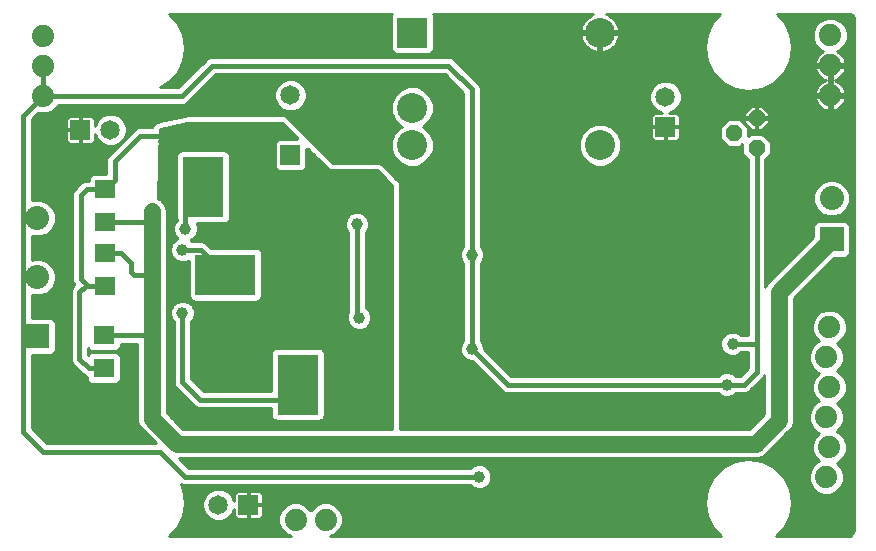
<source format=gbl>
G75*
G70*
%OFA0B0*%
%FSLAX24Y24*%
%IPPOS*%
%LPD*%
%AMOC8*
5,1,8,0,0,1.08239X$1,22.5*
%
%ADD10C,0.1000*%
%ADD11R,0.1000X0.1000*%
%ADD12R,0.0800X0.0800*%
%ADD13C,0.0800*%
%ADD14C,0.0740*%
%ADD15R,0.0397X0.0397*%
%ADD16OC8,0.0520*%
%ADD17R,0.0709X0.0630*%
%ADD18R,0.1380X0.2000*%
%ADD19R,0.2000X0.1380*%
%ADD20C,0.0650*%
%ADD21R,0.0650X0.0650*%
%ADD22C,0.0100*%
%ADD23C,0.0160*%
%ADD24C,0.0396*%
%ADD25C,0.0560*%
D10*
X014299Y014136D03*
X014299Y015386D03*
X020549Y014136D03*
X020549Y017886D03*
D11*
X014299Y017886D03*
D12*
X028268Y010996D03*
X001794Y007772D03*
D13*
X001794Y009741D03*
X001794Y011709D03*
X028268Y012374D03*
D14*
X028224Y015804D03*
X028224Y016804D03*
X028224Y017804D03*
X028196Y008071D03*
X028096Y007071D03*
X028196Y006071D03*
X028096Y005071D03*
X028196Y004071D03*
X028096Y003071D03*
X011405Y001662D03*
X010405Y001662D03*
X001988Y015780D03*
X001988Y016780D03*
X001988Y017780D03*
D15*
X009468Y011022D03*
X009468Y010522D03*
X009468Y010022D03*
X009968Y010022D03*
X009968Y010522D03*
X009968Y011022D03*
X010468Y011022D03*
X010468Y010522D03*
X010468Y010022D03*
X010468Y009522D03*
X009968Y009522D03*
X009468Y009522D03*
X009468Y009022D03*
X009468Y008522D03*
X009968Y008522D03*
X009968Y009022D03*
X010468Y009022D03*
X010468Y008522D03*
D16*
X025018Y014552D03*
X025768Y015052D03*
X025768Y014052D03*
D17*
X004067Y012670D03*
X004067Y011567D03*
X004047Y010544D03*
X004047Y009441D03*
X004008Y007815D03*
X004008Y006713D03*
D18*
X010479Y006162D03*
X012109Y006162D03*
X008953Y012756D03*
X007323Y012756D03*
D19*
X008067Y009825D03*
X008067Y008195D03*
D20*
X007833Y002150D03*
X004233Y014650D03*
X010233Y015807D03*
X022733Y015750D03*
D21*
X022733Y014750D03*
X010233Y013807D03*
X003233Y014650D03*
X008833Y002150D03*
D22*
X008852Y002169D02*
X009308Y002169D01*
X009308Y002495D01*
X009298Y002533D01*
X009278Y002567D01*
X009250Y002595D01*
X009216Y002615D01*
X009178Y002625D01*
X008852Y002625D01*
X008852Y002169D01*
X008852Y002131D01*
X009308Y002131D01*
X009308Y001805D01*
X009298Y001767D01*
X009278Y001733D01*
X009250Y001705D01*
X009216Y001685D01*
X009178Y001675D01*
X008852Y001675D01*
X008852Y002131D01*
X008814Y002131D01*
X008814Y001675D01*
X008488Y001675D01*
X008450Y001685D01*
X008416Y001705D01*
X008388Y001733D01*
X008368Y001767D01*
X008358Y001805D01*
X008358Y002019D01*
X008286Y001847D01*
X008136Y001696D01*
X007939Y001615D01*
X007726Y001615D01*
X007530Y001696D01*
X007379Y001847D01*
X007298Y002044D01*
X007298Y002256D01*
X007379Y002453D01*
X007530Y002604D01*
X007726Y002685D01*
X007939Y002685D01*
X008136Y002604D01*
X008286Y002453D01*
X008358Y002281D01*
X008358Y002495D01*
X008368Y002533D01*
X008388Y002567D01*
X008416Y002595D01*
X008450Y002615D01*
X008488Y002625D01*
X008814Y002625D01*
X008814Y002169D01*
X008852Y002169D01*
X008852Y002128D02*
X008814Y002128D01*
X008814Y002226D02*
X008852Y002226D01*
X008852Y002325D02*
X008814Y002325D01*
X008814Y002423D02*
X008852Y002423D01*
X008852Y002522D02*
X008814Y002522D01*
X008814Y002620D02*
X008852Y002620D01*
X009196Y002620D02*
X024097Y002620D01*
X024107Y002678D02*
X024035Y002225D01*
X024107Y001772D01*
X024315Y001364D01*
X024578Y001100D01*
X011565Y001100D01*
X011734Y001170D01*
X011897Y001333D01*
X011985Y001546D01*
X011985Y001777D01*
X011897Y001990D01*
X011734Y002154D01*
X011521Y002242D01*
X011290Y002242D01*
X011077Y002154D01*
X010914Y001990D01*
X010905Y001970D01*
X010897Y001990D01*
X010734Y002154D01*
X010521Y002242D01*
X010290Y002242D01*
X010077Y002154D01*
X009914Y001990D01*
X009825Y001777D01*
X009825Y001546D01*
X009914Y001333D01*
X010077Y001170D01*
X010246Y001100D01*
X006185Y001100D01*
X006449Y001364D01*
X006657Y001772D01*
X006657Y001772D01*
X006729Y002225D01*
X006657Y002678D01*
X006576Y002837D01*
X006663Y002801D01*
X016236Y002801D01*
X016292Y002745D01*
X016442Y002683D01*
X016605Y002683D01*
X016755Y002745D01*
X016869Y002860D01*
X016932Y003010D01*
X016932Y003172D01*
X016869Y003322D01*
X016755Y003437D01*
X016605Y003499D01*
X016442Y003499D01*
X016292Y003437D01*
X016236Y003381D01*
X006840Y003381D01*
X006518Y003703D01*
X025834Y003703D01*
X025834Y003704D02*
X027743Y003704D01*
X027704Y003743D02*
X027616Y003956D01*
X027616Y004187D01*
X027704Y004400D01*
X027849Y004545D01*
X027767Y004580D01*
X027604Y004743D01*
X027516Y004956D01*
X027516Y005187D01*
X027604Y005400D01*
X027767Y005563D01*
X027849Y005597D01*
X027704Y005743D01*
X027616Y005956D01*
X027616Y006187D01*
X027704Y006400D01*
X027849Y006545D01*
X027767Y006580D01*
X027604Y006743D01*
X027516Y006956D01*
X027516Y007187D01*
X027604Y007400D01*
X027767Y007563D01*
X027849Y007597D01*
X027704Y007743D01*
X027616Y007956D01*
X027616Y008187D01*
X027704Y008400D01*
X027867Y008563D01*
X028080Y008651D01*
X028311Y008651D01*
X028524Y008563D01*
X028687Y008400D01*
X028776Y008187D01*
X028776Y007956D01*
X028687Y007743D01*
X028524Y007580D01*
X028442Y007545D01*
X029026Y007545D01*
X029026Y007447D02*
X028540Y007447D01*
X028587Y007400D02*
X028442Y007545D01*
X028588Y007644D02*
X029026Y007644D01*
X029026Y007742D02*
X028687Y007742D01*
X028728Y007841D02*
X029026Y007841D01*
X029026Y007939D02*
X028769Y007939D01*
X028776Y008038D02*
X029026Y008038D01*
X029026Y008136D02*
X028776Y008136D01*
X028756Y008235D02*
X029026Y008235D01*
X029026Y008333D02*
X028715Y008333D01*
X028655Y008432D02*
X029026Y008432D01*
X029026Y008530D02*
X028557Y008530D01*
X028366Y008629D02*
X029026Y008629D01*
X029026Y008727D02*
X027013Y008727D01*
X027013Y008629D02*
X028025Y008629D01*
X027834Y008530D02*
X027013Y008530D01*
X027013Y008432D02*
X027736Y008432D01*
X027676Y008333D02*
X027013Y008333D01*
X027013Y008235D02*
X027635Y008235D01*
X027616Y008136D02*
X027013Y008136D01*
X027013Y008038D02*
X027616Y008038D01*
X027623Y007939D02*
X027013Y007939D01*
X027013Y007841D02*
X027663Y007841D01*
X027705Y007742D02*
X027013Y007742D01*
X027013Y007644D02*
X027803Y007644D01*
X027749Y007545D02*
X027013Y007545D01*
X027013Y007447D02*
X027651Y007447D01*
X027582Y007348D02*
X027013Y007348D01*
X027013Y007250D02*
X027542Y007250D01*
X027516Y007151D02*
X027013Y007151D01*
X027013Y007053D02*
X027516Y007053D01*
X027516Y006954D02*
X027013Y006954D01*
X027013Y006856D02*
X027557Y006856D01*
X027598Y006757D02*
X027013Y006757D01*
X027013Y006659D02*
X027688Y006659D01*
X027814Y006560D02*
X027013Y006560D01*
X027013Y006462D02*
X027766Y006462D01*
X027689Y006363D02*
X027013Y006363D01*
X027013Y006265D02*
X027648Y006265D01*
X027616Y006166D02*
X027013Y006166D01*
X027013Y006068D02*
X027616Y006068D01*
X027616Y005969D02*
X027013Y005969D01*
X027013Y005871D02*
X027651Y005871D01*
X027692Y005772D02*
X027013Y005772D01*
X027013Y005674D02*
X027773Y005674D01*
X027796Y005575D02*
X027013Y005575D01*
X027013Y005477D02*
X027681Y005477D01*
X027595Y005378D02*
X027013Y005378D01*
X027013Y005280D02*
X027554Y005280D01*
X027516Y005181D02*
X027013Y005181D01*
X027013Y005083D02*
X027516Y005083D01*
X027516Y004984D02*
X027013Y004984D01*
X027013Y004886D02*
X027545Y004886D01*
X027585Y004787D02*
X026974Y004787D01*
X026939Y004703D02*
X027013Y004883D01*
X027013Y009049D01*
X028351Y010386D01*
X028755Y010386D01*
X028878Y010509D01*
X028878Y011483D01*
X028755Y011606D01*
X027781Y011606D01*
X027658Y011483D01*
X027658Y011079D01*
X026246Y009668D01*
X026246Y009668D01*
X026108Y009530D01*
X026058Y009408D01*
X026058Y013677D01*
X026238Y013857D01*
X026238Y014246D01*
X025962Y014522D01*
X025573Y014522D01*
X025488Y014436D01*
X025488Y014746D01*
X025212Y015022D01*
X024823Y015022D01*
X024548Y014746D01*
X024548Y014357D01*
X024823Y014082D01*
X025212Y014082D01*
X025298Y014167D01*
X025298Y013857D01*
X025478Y013677D01*
X025478Y007810D01*
X025256Y007810D01*
X025200Y007866D01*
X025050Y007928D01*
X024887Y007928D01*
X024737Y007866D01*
X024622Y007751D01*
X024560Y007601D01*
X024560Y007439D01*
X024622Y007289D01*
X024737Y007174D01*
X024887Y007112D01*
X025050Y007112D01*
X025200Y007174D01*
X025256Y007230D01*
X025478Y007230D01*
X025478Y006707D01*
X025222Y006452D01*
X025059Y006452D01*
X025003Y006508D01*
X024853Y006570D01*
X024690Y006570D01*
X024540Y006508D01*
X024484Y006452D01*
X017588Y006452D01*
X016695Y007345D01*
X016695Y007424D01*
X016633Y007574D01*
X016577Y007630D01*
X016577Y010205D01*
X016633Y010261D01*
X016695Y010411D01*
X016695Y010574D01*
X016633Y010724D01*
X016577Y010780D01*
X016577Y016062D01*
X016533Y016169D01*
X016452Y016250D01*
X015664Y017038D01*
X015558Y017082D01*
X007568Y017082D01*
X007462Y017038D01*
X007380Y016956D01*
X006494Y016070D01*
X005875Y016070D01*
X006125Y016197D01*
X006449Y016521D01*
X006449Y016521D01*
X006657Y016930D01*
X006729Y017382D01*
X006657Y017835D01*
X006449Y018243D01*
X006449Y018243D01*
X006192Y018500D01*
X013616Y018500D01*
X013589Y018473D01*
X013589Y017299D01*
X013712Y017176D01*
X014886Y017176D01*
X015009Y017299D01*
X015009Y018473D01*
X014982Y018500D01*
X020332Y018500D01*
X020261Y018470D01*
X020187Y018428D01*
X020120Y018376D01*
X020059Y018316D01*
X020007Y018248D01*
X019965Y018174D01*
X019932Y018096D01*
X019910Y018013D01*
X019900Y017936D01*
X020499Y017936D01*
X020499Y017836D01*
X020599Y017836D01*
X020599Y017237D01*
X020676Y017247D01*
X020758Y017269D01*
X020837Y017302D01*
X020911Y017345D01*
X020979Y017396D01*
X021039Y017457D01*
X021091Y017524D01*
X021133Y017598D01*
X021166Y017677D01*
X021188Y017759D01*
X021198Y017836D01*
X020599Y017836D01*
X020599Y017936D01*
X021198Y017936D01*
X021188Y018013D01*
X021166Y018096D01*
X021133Y018174D01*
X021091Y018248D01*
X021039Y018316D01*
X020979Y018376D01*
X020911Y018428D01*
X020837Y018470D01*
X020766Y018500D01*
X024548Y018500D01*
X024315Y018267D01*
X024107Y017859D01*
X024107Y017859D01*
X024035Y017406D01*
X024107Y016953D01*
X024315Y016545D01*
X024639Y016221D01*
X025047Y016013D01*
X025500Y015941D01*
X025953Y016013D01*
X026361Y016221D01*
X026685Y016545D01*
X026893Y016953D01*
X026965Y017406D01*
X026893Y017859D01*
X026685Y018267D01*
X026452Y018500D01*
X028861Y018500D01*
X028887Y018498D01*
X028936Y018482D01*
X028978Y018452D01*
X029008Y018410D01*
X029024Y018360D01*
X029026Y018335D01*
X029026Y001360D01*
X029023Y001319D01*
X028998Y001242D01*
X028950Y001176D01*
X028884Y001128D01*
X028807Y001103D01*
X028766Y001100D01*
X026421Y001100D01*
X026685Y001364D01*
X026893Y001772D01*
X026893Y001772D01*
X026965Y002225D01*
X026893Y002678D01*
X026685Y003086D01*
X026361Y003410D01*
X026361Y003410D01*
X025953Y003618D01*
X025953Y003618D01*
X025500Y003690D01*
X025500Y003690D01*
X025047Y003618D01*
X024639Y003410D01*
X024639Y003410D01*
X024315Y003086D01*
X024107Y002678D01*
X024127Y002719D02*
X016691Y002719D01*
X016827Y002817D02*
X024178Y002817D01*
X024228Y002916D02*
X016893Y002916D01*
X016932Y003014D02*
X024278Y003014D01*
X024315Y003086D02*
X024315Y003086D01*
X024341Y003113D02*
X016932Y003113D01*
X016915Y003211D02*
X024440Y003211D01*
X024538Y003310D02*
X016875Y003310D01*
X016784Y003408D02*
X024637Y003408D01*
X024639Y003410D02*
X024639Y003410D01*
X024828Y003507D02*
X006715Y003507D01*
X006616Y003605D02*
X025021Y003605D01*
X025047Y003618D02*
X025047Y003618D01*
X025834Y003703D02*
X026014Y003778D01*
X026801Y004565D01*
X026939Y004703D01*
X026924Y004689D02*
X027658Y004689D01*
X027757Y004590D02*
X026826Y004590D01*
X026727Y004492D02*
X027796Y004492D01*
X027701Y004393D02*
X026629Y004393D01*
X026530Y004295D02*
X027660Y004295D01*
X027619Y004196D02*
X026432Y004196D01*
X026333Y004098D02*
X027616Y004098D01*
X027616Y003999D02*
X026235Y003999D01*
X026136Y003901D02*
X027638Y003901D01*
X027679Y003802D02*
X026038Y003802D01*
X025978Y003605D02*
X027842Y003605D01*
X027849Y003597D02*
X027767Y003563D01*
X027604Y003400D01*
X027516Y003187D01*
X027516Y002956D01*
X027604Y002743D01*
X027767Y002580D01*
X027980Y002491D01*
X028211Y002491D01*
X028424Y002580D01*
X028587Y002743D01*
X028676Y002956D01*
X028676Y003187D01*
X028587Y003400D01*
X028442Y003545D01*
X028524Y003580D01*
X028687Y003743D01*
X028776Y003956D01*
X028776Y004187D01*
X028687Y004400D01*
X028524Y004563D01*
X028442Y004597D01*
X028587Y004743D01*
X028676Y004956D01*
X028676Y005187D01*
X028587Y005400D01*
X028442Y005545D01*
X028524Y005580D01*
X028687Y005743D01*
X028776Y005956D01*
X028776Y006187D01*
X028687Y006400D01*
X028524Y006563D01*
X028442Y006597D01*
X028587Y006743D01*
X028676Y006956D01*
X028676Y007187D01*
X028587Y007400D01*
X028609Y007348D02*
X029026Y007348D01*
X029026Y007250D02*
X028649Y007250D01*
X028676Y007151D02*
X029026Y007151D01*
X029026Y007053D02*
X028676Y007053D01*
X028675Y006954D02*
X029026Y006954D01*
X029026Y006856D02*
X028634Y006856D01*
X028593Y006757D02*
X029026Y006757D01*
X029026Y006659D02*
X028503Y006659D01*
X028527Y006560D02*
X029026Y006560D01*
X029026Y006462D02*
X028625Y006462D01*
X028702Y006363D02*
X029026Y006363D01*
X029026Y006265D02*
X028743Y006265D01*
X028776Y006166D02*
X029026Y006166D01*
X029026Y006068D02*
X028776Y006068D01*
X028776Y005969D02*
X029026Y005969D01*
X029026Y005871D02*
X028740Y005871D01*
X028699Y005772D02*
X029026Y005772D01*
X029026Y005674D02*
X028618Y005674D01*
X028513Y005575D02*
X029026Y005575D01*
X029026Y005477D02*
X028511Y005477D01*
X028596Y005378D02*
X029026Y005378D01*
X029026Y005280D02*
X028637Y005280D01*
X028676Y005181D02*
X029026Y005181D01*
X029026Y005083D02*
X028676Y005083D01*
X028676Y004984D02*
X029026Y004984D01*
X029026Y004886D02*
X028646Y004886D01*
X028606Y004787D02*
X029026Y004787D01*
X029026Y004689D02*
X028533Y004689D01*
X028459Y004590D02*
X029026Y004590D01*
X029026Y004492D02*
X028596Y004492D01*
X028690Y004393D02*
X029026Y004393D01*
X029026Y004295D02*
X028731Y004295D01*
X028772Y004196D02*
X029026Y004196D01*
X029026Y004098D02*
X028776Y004098D01*
X028776Y003999D02*
X029026Y003999D01*
X029026Y003901D02*
X028753Y003901D01*
X028712Y003802D02*
X029026Y003802D01*
X029026Y003704D02*
X028648Y003704D01*
X028550Y003605D02*
X029026Y003605D01*
X029026Y003507D02*
X028481Y003507D01*
X028579Y003408D02*
X029026Y003408D01*
X029026Y003310D02*
X028625Y003310D01*
X028665Y003211D02*
X029026Y003211D01*
X029026Y003113D02*
X028676Y003113D01*
X028676Y003014D02*
X029026Y003014D01*
X029026Y002916D02*
X028659Y002916D01*
X028618Y002817D02*
X029026Y002817D01*
X029026Y002719D02*
X028563Y002719D01*
X028465Y002620D02*
X029026Y002620D01*
X029026Y002522D02*
X028284Y002522D01*
X027907Y002522D02*
X026918Y002522D01*
X026902Y002620D02*
X027727Y002620D01*
X027628Y002719D02*
X026872Y002719D01*
X026893Y002678D02*
X026893Y002678D01*
X026822Y002817D02*
X027573Y002817D01*
X027532Y002916D02*
X026772Y002916D01*
X026722Y003014D02*
X027516Y003014D01*
X027516Y003113D02*
X026658Y003113D01*
X026685Y003086D02*
X026685Y003086D01*
X026560Y003211D02*
X027526Y003211D01*
X027566Y003310D02*
X026461Y003310D01*
X026363Y003408D02*
X027612Y003408D01*
X027711Y003507D02*
X026172Y003507D01*
X026933Y002423D02*
X029026Y002423D01*
X029026Y002325D02*
X026949Y002325D01*
X026965Y002226D02*
X029026Y002226D01*
X029026Y002128D02*
X026949Y002128D01*
X026934Y002029D02*
X029026Y002029D01*
X029026Y001931D02*
X026918Y001931D01*
X026903Y001832D02*
X029026Y001832D01*
X029026Y001734D02*
X026873Y001734D01*
X026823Y001635D02*
X029026Y001635D01*
X029026Y001537D02*
X026773Y001537D01*
X026723Y001438D02*
X029026Y001438D01*
X029025Y001340D02*
X026661Y001340D01*
X026685Y001364D02*
X026685Y001364D01*
X026562Y001241D02*
X028997Y001241D01*
X028904Y001143D02*
X026464Y001143D01*
X024536Y001143D02*
X011667Y001143D01*
X011805Y001241D02*
X024437Y001241D01*
X024339Y001340D02*
X011900Y001340D01*
X011940Y001438D02*
X024277Y001438D01*
X024227Y001537D02*
X011981Y001537D01*
X011985Y001635D02*
X024176Y001635D01*
X024126Y001734D02*
X011985Y001734D01*
X011963Y001832D02*
X024097Y001832D01*
X024081Y001931D02*
X011922Y001931D01*
X011858Y002029D02*
X024066Y002029D01*
X024050Y002128D02*
X011760Y002128D01*
X011559Y002226D02*
X024035Y002226D01*
X024051Y002325D02*
X009308Y002325D01*
X009308Y002423D02*
X024066Y002423D01*
X024082Y002522D02*
X009301Y002522D01*
X009308Y002226D02*
X010252Y002226D01*
X010051Y002128D02*
X009308Y002128D01*
X009308Y002029D02*
X009952Y002029D01*
X009889Y001931D02*
X009308Y001931D01*
X009308Y001832D02*
X009848Y001832D01*
X009825Y001734D02*
X009278Y001734D01*
X009825Y001635D02*
X007988Y001635D01*
X008173Y001734D02*
X008388Y001734D01*
X008358Y001832D02*
X008272Y001832D01*
X008321Y001931D02*
X008358Y001931D01*
X008340Y002325D02*
X008358Y002325D01*
X008358Y002423D02*
X008299Y002423D01*
X008365Y002522D02*
X008218Y002522D01*
X008096Y002620D02*
X008470Y002620D01*
X008814Y002029D02*
X008852Y002029D01*
X008852Y001931D02*
X008814Y001931D01*
X008814Y001832D02*
X008852Y001832D01*
X008852Y001734D02*
X008814Y001734D01*
X009829Y001537D02*
X006537Y001537D01*
X006587Y001635D02*
X007678Y001635D01*
X007493Y001734D02*
X006637Y001734D01*
X006666Y001832D02*
X007394Y001832D01*
X007345Y001931D02*
X006682Y001931D01*
X006698Y002029D02*
X007304Y002029D01*
X007298Y002128D02*
X006713Y002128D01*
X006728Y002226D02*
X007298Y002226D01*
X007326Y002325D02*
X006713Y002325D01*
X006697Y002423D02*
X007367Y002423D01*
X007448Y002522D02*
X006682Y002522D01*
X006666Y002620D02*
X007570Y002620D01*
X006657Y002678D02*
X006657Y002678D01*
X006636Y002719D02*
X016356Y002719D01*
X016263Y003408D02*
X006813Y003408D01*
X006624Y002817D02*
X006586Y002817D01*
X005737Y004208D02*
X002116Y004208D01*
X001617Y004707D01*
X001617Y007162D01*
X002281Y007162D01*
X002404Y007285D01*
X002404Y008259D01*
X002281Y008382D01*
X001617Y008382D01*
X001617Y009154D01*
X001672Y009131D01*
X001915Y009131D01*
X002139Y009223D01*
X002311Y009395D01*
X002404Y009619D01*
X002404Y009862D01*
X002311Y010086D01*
X002139Y010258D01*
X001915Y010351D01*
X001672Y010351D01*
X001617Y010328D01*
X001617Y011122D01*
X001672Y011099D01*
X001915Y011099D01*
X002139Y011192D01*
X002311Y011364D01*
X002404Y011588D01*
X002404Y011830D01*
X002311Y012055D01*
X002139Y012226D01*
X001915Y012319D01*
X001672Y012319D01*
X001617Y012296D01*
X001617Y014998D01*
X001834Y015216D01*
X001873Y015200D01*
X002103Y015200D01*
X002317Y015288D01*
X002480Y015451D01*
X002496Y015490D01*
X006672Y015490D01*
X006778Y015534D01*
X006860Y015616D01*
X007746Y016502D01*
X015380Y016502D01*
X015997Y015884D01*
X015997Y010780D01*
X015941Y010724D01*
X015879Y010574D01*
X015879Y010411D01*
X015941Y010261D01*
X015997Y010205D01*
X015997Y007630D01*
X015941Y007574D01*
X015879Y007424D01*
X015879Y007262D01*
X015941Y007112D01*
X016056Y006997D01*
X016206Y006935D01*
X016285Y006935D01*
X017304Y005916D01*
X017411Y005872D01*
X024484Y005872D01*
X024540Y005816D01*
X024690Y005754D01*
X024853Y005754D01*
X025003Y005816D01*
X025059Y005872D01*
X025400Y005872D01*
X025507Y005916D01*
X025588Y005998D01*
X026013Y006423D01*
X026033Y006471D01*
X026033Y005184D01*
X025533Y004683D01*
X013888Y004683D01*
X013888Y012832D01*
X013844Y012939D01*
X013763Y013020D01*
X013269Y013514D01*
X013162Y013558D01*
X011644Y013558D01*
X010113Y015089D01*
X010006Y015133D01*
X006825Y015133D01*
X006794Y015139D01*
X006768Y015133D01*
X006741Y015133D01*
X006712Y015121D01*
X005877Y014940D01*
X005854Y014940D01*
X005822Y014928D01*
X005788Y014920D01*
X005768Y014907D01*
X005746Y014899D01*
X005721Y014874D01*
X005693Y014855D01*
X005680Y014835D01*
X005663Y014819D01*
X005649Y014787D01*
X005630Y014758D01*
X005627Y014739D01*
X005167Y014739D01*
X005060Y014695D01*
X004978Y014613D01*
X004217Y013853D01*
X004136Y013771D01*
X004092Y013664D01*
X004092Y013195D01*
X003625Y013195D01*
X003502Y013072D01*
X003502Y012960D01*
X003387Y012960D01*
X003280Y012916D01*
X003199Y012834D01*
X003199Y012834D01*
X003091Y012727D01*
X003010Y012645D01*
X002966Y012538D01*
X002966Y009608D01*
X003010Y009501D01*
X003033Y009479D01*
X002951Y009397D01*
X002907Y009290D01*
X002907Y006970D01*
X002951Y006864D01*
X003032Y006782D01*
X003347Y006467D01*
X003443Y006427D01*
X003443Y006311D01*
X003566Y006188D01*
X004449Y006188D01*
X004572Y006311D01*
X004572Y007115D01*
X004449Y007238D01*
X003566Y007238D01*
X003487Y007158D01*
X003487Y007370D01*
X003566Y007290D01*
X004449Y007290D01*
X004572Y007413D01*
X004572Y007525D01*
X005128Y007525D01*
X005128Y004923D01*
X005203Y004743D01*
X005737Y004208D01*
X005651Y004295D02*
X002029Y004295D01*
X001931Y004393D02*
X005552Y004393D01*
X005454Y004492D02*
X001832Y004492D01*
X001734Y004590D02*
X005355Y004590D01*
X005257Y004689D02*
X001635Y004689D01*
X001617Y004787D02*
X005184Y004787D01*
X005143Y004886D02*
X001617Y004886D01*
X001617Y004984D02*
X005128Y004984D01*
X005128Y005083D02*
X001617Y005083D01*
X001617Y005181D02*
X005128Y005181D01*
X005128Y005280D02*
X001617Y005280D01*
X001617Y005378D02*
X005128Y005378D01*
X005128Y005477D02*
X001617Y005477D01*
X001617Y005575D02*
X005128Y005575D01*
X005128Y005674D02*
X001617Y005674D01*
X001617Y005772D02*
X005128Y005772D01*
X005128Y005871D02*
X001617Y005871D01*
X001617Y005969D02*
X005128Y005969D01*
X005128Y006068D02*
X001617Y006068D01*
X001617Y006166D02*
X005128Y006166D01*
X005128Y006265D02*
X004526Y006265D01*
X004572Y006363D02*
X005128Y006363D01*
X005128Y006462D02*
X004572Y006462D01*
X004572Y006560D02*
X005128Y006560D01*
X005128Y006659D02*
X004572Y006659D01*
X004572Y006757D02*
X005128Y006757D01*
X005128Y006856D02*
X004572Y006856D01*
X004572Y006954D02*
X005128Y006954D01*
X005128Y007053D02*
X004572Y007053D01*
X004536Y007151D02*
X005128Y007151D01*
X005128Y007250D02*
X003487Y007250D01*
X003487Y007348D02*
X003509Y007348D01*
X002907Y007348D02*
X002404Y007348D01*
X002404Y007447D02*
X002907Y007447D01*
X002907Y007545D02*
X002404Y007545D01*
X002404Y007644D02*
X002907Y007644D01*
X002907Y007742D02*
X002404Y007742D01*
X002404Y007841D02*
X002907Y007841D01*
X002907Y007939D02*
X002404Y007939D01*
X002404Y008038D02*
X002907Y008038D01*
X002907Y008136D02*
X002404Y008136D01*
X002404Y008235D02*
X002907Y008235D01*
X002907Y008333D02*
X002330Y008333D01*
X002907Y008432D02*
X001617Y008432D01*
X001617Y008530D02*
X002907Y008530D01*
X002907Y008629D02*
X001617Y008629D01*
X001617Y008727D02*
X002907Y008727D01*
X002907Y008826D02*
X001617Y008826D01*
X001617Y008924D02*
X002907Y008924D01*
X002907Y009023D02*
X001617Y009023D01*
X001617Y009121D02*
X002907Y009121D01*
X002907Y009220D02*
X002130Y009220D01*
X002234Y009318D02*
X002918Y009318D01*
X002970Y009417D02*
X002320Y009417D01*
X002360Y009515D02*
X003004Y009515D01*
X002966Y009614D02*
X002401Y009614D01*
X002404Y009712D02*
X002966Y009712D01*
X002966Y009811D02*
X002404Y009811D01*
X002384Y009909D02*
X002966Y009909D01*
X002966Y010008D02*
X002343Y010008D01*
X002291Y010106D02*
X002966Y010106D01*
X002966Y010205D02*
X002192Y010205D01*
X002030Y010303D02*
X002966Y010303D01*
X002966Y010402D02*
X001617Y010402D01*
X001617Y010500D02*
X002966Y010500D01*
X002966Y010599D02*
X001617Y010599D01*
X001617Y010697D02*
X002966Y010697D01*
X002966Y010796D02*
X001617Y010796D01*
X001617Y010894D02*
X002966Y010894D01*
X002966Y010993D02*
X001617Y010993D01*
X001617Y011091D02*
X002966Y011091D01*
X002966Y011190D02*
X002133Y011190D01*
X002235Y011288D02*
X002966Y011288D01*
X002966Y011387D02*
X002320Y011387D01*
X002361Y011485D02*
X002966Y011485D01*
X002966Y011584D02*
X002402Y011584D01*
X002404Y011682D02*
X002966Y011682D01*
X002966Y011781D02*
X002404Y011781D01*
X002383Y011879D02*
X002966Y011879D01*
X002966Y011978D02*
X002343Y011978D01*
X002289Y012076D02*
X002966Y012076D01*
X002966Y012175D02*
X002191Y012175D01*
X002026Y012273D02*
X002966Y012273D01*
X002966Y012372D02*
X001617Y012372D01*
X001617Y012470D02*
X002966Y012470D01*
X002978Y012569D02*
X001617Y012569D01*
X001617Y012667D02*
X003032Y012667D01*
X003091Y012727D02*
X003091Y012727D01*
X003130Y012766D02*
X001617Y012766D01*
X001617Y012864D02*
X003229Y012864D01*
X003502Y012963D02*
X001617Y012963D01*
X001617Y013061D02*
X003502Y013061D01*
X003590Y013160D02*
X001617Y013160D01*
X001617Y013258D02*
X004092Y013258D01*
X004092Y013357D02*
X001617Y013357D01*
X001617Y013455D02*
X004092Y013455D01*
X004092Y013554D02*
X001617Y013554D01*
X001617Y013652D02*
X004092Y013652D01*
X004127Y013751D02*
X001617Y013751D01*
X001617Y013849D02*
X004214Y013849D01*
X004312Y013948D02*
X001617Y013948D01*
X001617Y014046D02*
X004411Y014046D01*
X004411Y014145D02*
X004509Y014145D01*
X004536Y014196D02*
X004686Y014347D01*
X004768Y014544D01*
X004768Y014756D01*
X004686Y014953D01*
X004536Y015104D01*
X004339Y015185D01*
X004126Y015185D01*
X003930Y015104D01*
X003779Y014953D01*
X003708Y014781D01*
X003708Y014995D01*
X003698Y015033D01*
X003678Y015067D01*
X003650Y015095D01*
X003616Y015115D01*
X003578Y015125D01*
X003252Y015125D01*
X003252Y014669D01*
X003214Y014669D01*
X003214Y015125D01*
X002888Y015125D01*
X002850Y015115D01*
X002816Y015095D01*
X002788Y015067D01*
X002768Y015033D01*
X002758Y014995D01*
X002758Y014669D01*
X003214Y014669D01*
X003214Y014631D01*
X003252Y014631D01*
X003252Y014175D01*
X003578Y014175D01*
X003616Y014185D01*
X003650Y014205D01*
X003678Y014233D01*
X003698Y014267D01*
X003708Y014305D01*
X003708Y014519D01*
X003779Y014347D01*
X003930Y014196D01*
X004126Y014115D01*
X004339Y014115D01*
X004536Y014196D01*
X004583Y014243D02*
X004608Y014243D01*
X004681Y014342D02*
X004706Y014342D01*
X004725Y014440D02*
X004805Y014440D01*
X004766Y014539D02*
X004903Y014539D01*
X005002Y014637D02*
X004768Y014637D01*
X004768Y014736D02*
X005158Y014736D01*
X004736Y014834D02*
X005679Y014834D01*
X005834Y014933D02*
X004695Y014933D01*
X004608Y015031D02*
X006298Y015031D01*
X006733Y015130D02*
X004473Y015130D01*
X003993Y015130D02*
X001748Y015130D01*
X001649Y015031D02*
X002768Y015031D01*
X002758Y014933D02*
X001617Y014933D01*
X001617Y014834D02*
X002758Y014834D01*
X002758Y014736D02*
X001617Y014736D01*
X001617Y014637D02*
X003214Y014637D01*
X003214Y014631D02*
X002758Y014631D01*
X002758Y014305D01*
X002768Y014267D01*
X002788Y014233D01*
X002816Y014205D01*
X002850Y014185D01*
X002888Y014175D01*
X003214Y014175D01*
X003214Y014631D01*
X003214Y014539D02*
X003252Y014539D01*
X003252Y014440D02*
X003214Y014440D01*
X003214Y014342D02*
X003252Y014342D01*
X003252Y014243D02*
X003214Y014243D01*
X002782Y014243D02*
X001617Y014243D01*
X001617Y014145D02*
X004055Y014145D01*
X003883Y014243D02*
X003684Y014243D01*
X003708Y014342D02*
X003785Y014342D01*
X003741Y014440D02*
X003708Y014440D01*
X003708Y014834D02*
X003730Y014834D01*
X003708Y014933D02*
X003771Y014933D01*
X003698Y015031D02*
X003857Y015031D01*
X003252Y015031D02*
X003214Y015031D01*
X003214Y014933D02*
X003252Y014933D01*
X003252Y014834D02*
X003214Y014834D01*
X003214Y014736D02*
X003252Y014736D01*
X002758Y014539D02*
X001617Y014539D01*
X001617Y014440D02*
X002758Y014440D01*
X002758Y014342D02*
X001617Y014342D01*
X002171Y015228D02*
X013596Y015228D01*
X013589Y015245D02*
X013697Y014984D01*
X013897Y014784D01*
X013953Y014761D01*
X013897Y014738D01*
X013697Y014538D01*
X013589Y014277D01*
X013589Y013995D01*
X013697Y013734D01*
X013897Y013534D01*
X014158Y013426D01*
X014440Y013426D01*
X014701Y013534D01*
X014901Y013734D01*
X015009Y013995D01*
X015009Y014277D01*
X014901Y014538D01*
X014701Y014738D01*
X014645Y014761D01*
X014701Y014784D01*
X014901Y014984D01*
X015009Y015245D01*
X015009Y015527D01*
X014901Y015788D01*
X014701Y015988D01*
X014440Y016096D01*
X014158Y016096D01*
X013897Y015988D01*
X013697Y015788D01*
X013589Y015527D01*
X013589Y015245D01*
X013589Y015327D02*
X010470Y015327D01*
X010536Y015354D02*
X010686Y015504D01*
X010768Y015701D01*
X010768Y015914D01*
X010686Y016111D01*
X010536Y016261D01*
X010339Y016342D01*
X010126Y016342D01*
X009930Y016261D01*
X009779Y016111D01*
X009698Y015914D01*
X009698Y015701D01*
X009779Y015504D01*
X009930Y015354D01*
X010126Y015272D01*
X010339Y015272D01*
X010536Y015354D01*
X010607Y015425D02*
X013589Y015425D01*
X013589Y015524D02*
X010694Y015524D01*
X010735Y015622D02*
X013628Y015622D01*
X013669Y015721D02*
X010768Y015721D01*
X010768Y015819D02*
X013728Y015819D01*
X013826Y015918D02*
X010766Y015918D01*
X010726Y016016D02*
X013964Y016016D01*
X014634Y016016D02*
X015865Y016016D01*
X015767Y016115D02*
X010682Y016115D01*
X010584Y016213D02*
X015668Y016213D01*
X015570Y016312D02*
X010414Y016312D01*
X010052Y016312D02*
X007556Y016312D01*
X007654Y016410D02*
X015471Y016410D01*
X015898Y016804D02*
X024183Y016804D01*
X024233Y016706D02*
X015996Y016706D01*
X016095Y016607D02*
X024283Y016607D01*
X024315Y016545D02*
X024315Y016545D01*
X024351Y016509D02*
X016193Y016509D01*
X016292Y016410D02*
X024449Y016410D01*
X024548Y016312D02*
X016390Y016312D01*
X016489Y016213D02*
X022453Y016213D01*
X022430Y016204D02*
X022279Y016053D01*
X022198Y015856D01*
X022198Y015644D01*
X022279Y015447D01*
X022430Y015296D01*
X022602Y015225D01*
X022388Y015225D01*
X022350Y015215D01*
X022316Y015195D01*
X022288Y015167D01*
X022268Y015133D01*
X022258Y015095D01*
X022258Y014769D01*
X022714Y014769D01*
X022714Y014731D01*
X022752Y014731D01*
X022752Y014769D01*
X023208Y014769D01*
X023208Y015095D01*
X023198Y015133D01*
X023178Y015167D01*
X023150Y015195D01*
X023116Y015215D01*
X023078Y015225D01*
X022863Y015225D01*
X023036Y015296D01*
X023186Y015447D01*
X023268Y015644D01*
X023268Y015856D01*
X023186Y016053D01*
X023036Y016204D01*
X022839Y016285D01*
X022626Y016285D01*
X022430Y016204D01*
X022341Y016115D02*
X016555Y016115D01*
X016577Y016016D02*
X022264Y016016D01*
X022223Y015918D02*
X016577Y015918D01*
X016577Y015819D02*
X022198Y015819D01*
X022198Y015721D02*
X016577Y015721D01*
X016577Y015622D02*
X022207Y015622D01*
X022248Y015524D02*
X016577Y015524D01*
X016577Y015425D02*
X022301Y015425D01*
X022400Y015327D02*
X016577Y015327D01*
X016577Y015228D02*
X022595Y015228D01*
X022871Y015228D02*
X025364Y015228D01*
X025358Y015221D02*
X025358Y015082D01*
X025738Y015082D01*
X025738Y015462D01*
X025598Y015462D01*
X025358Y015221D01*
X025358Y015130D02*
X023199Y015130D01*
X023208Y015031D02*
X025738Y015031D01*
X025738Y015022D02*
X025358Y015022D01*
X025358Y014882D01*
X025598Y014642D01*
X025738Y014642D01*
X025738Y015022D01*
X025738Y015082D01*
X025798Y015082D01*
X025798Y015462D01*
X025937Y015462D01*
X026178Y015221D01*
X026178Y015082D01*
X025798Y015082D01*
X025798Y015022D01*
X026178Y015022D01*
X026178Y014882D01*
X025937Y014642D01*
X025798Y014642D01*
X025798Y015022D01*
X025738Y015022D01*
X025798Y015031D02*
X029026Y015031D01*
X029026Y014933D02*
X026178Y014933D01*
X026130Y014834D02*
X029026Y014834D01*
X029026Y014736D02*
X026031Y014736D01*
X025798Y014736D02*
X025738Y014736D01*
X025738Y014834D02*
X025798Y014834D01*
X025798Y014933D02*
X025738Y014933D01*
X025738Y015130D02*
X025798Y015130D01*
X025798Y015228D02*
X025738Y015228D01*
X025738Y015327D02*
X025798Y015327D01*
X025798Y015425D02*
X025738Y015425D01*
X025561Y015425D02*
X023165Y015425D01*
X023218Y015524D02*
X027785Y015524D01*
X027780Y015531D02*
X027828Y015465D01*
X027885Y015407D01*
X027952Y015359D01*
X028025Y015322D01*
X028102Y015296D01*
X028174Y015285D01*
X028174Y015754D01*
X027706Y015754D01*
X027717Y015682D01*
X027742Y015604D01*
X027780Y015531D01*
X027736Y015622D02*
X023259Y015622D01*
X023268Y015721D02*
X027711Y015721D01*
X027706Y015854D02*
X028174Y015854D01*
X028174Y016754D01*
X027706Y016754D01*
X027717Y016682D01*
X027742Y016604D01*
X027780Y016531D01*
X027828Y016465D01*
X027885Y016407D01*
X027952Y016359D01*
X028025Y016322D01*
X028080Y016304D01*
X028025Y016285D01*
X027952Y016248D01*
X027885Y016200D01*
X027828Y016142D01*
X027780Y016076D01*
X027742Y016003D01*
X027717Y015925D01*
X027706Y015854D01*
X027716Y015918D02*
X023243Y015918D01*
X023268Y015819D02*
X028174Y015819D01*
X028174Y015854D02*
X028174Y015754D01*
X028274Y015754D01*
X028274Y015854D01*
X028174Y015854D01*
X028174Y015918D02*
X028274Y015918D01*
X028274Y015854D02*
X028274Y016285D01*
X028274Y016754D01*
X028274Y016854D01*
X028743Y016854D01*
X028731Y016925D01*
X028706Y017003D01*
X028669Y017076D01*
X028621Y017142D01*
X028563Y017200D01*
X028497Y017248D01*
X028453Y017271D01*
X028553Y017312D01*
X028716Y017475D01*
X028804Y017688D01*
X028804Y017919D01*
X028716Y018132D01*
X028553Y018295D01*
X028340Y018384D01*
X028109Y018384D01*
X027896Y018295D01*
X027733Y018132D01*
X027644Y017919D01*
X027644Y017688D01*
X027733Y017475D01*
X027896Y017312D01*
X027995Y017271D01*
X027952Y017248D01*
X027885Y017200D01*
X027828Y017142D01*
X027780Y017076D01*
X027742Y017003D01*
X027717Y016925D01*
X027706Y016854D01*
X028174Y016854D01*
X028174Y016754D01*
X028274Y016754D01*
X028743Y016754D01*
X028731Y016682D01*
X028706Y016604D01*
X028669Y016531D01*
X028621Y016465D01*
X028563Y016407D01*
X028497Y016359D01*
X028424Y016322D01*
X028368Y016304D01*
X028424Y016285D01*
X028497Y016248D01*
X028563Y016200D01*
X028621Y016142D01*
X028669Y016076D01*
X028706Y016003D01*
X028731Y015925D01*
X028743Y015854D01*
X028274Y015854D01*
X028274Y015819D02*
X029026Y015819D01*
X029026Y015721D02*
X028738Y015721D01*
X028743Y015754D02*
X028274Y015754D01*
X028274Y015285D01*
X028346Y015296D01*
X028424Y015322D01*
X028497Y015359D01*
X028563Y015407D01*
X028621Y015465D01*
X028669Y015531D01*
X028706Y015604D01*
X028731Y015682D01*
X028743Y015754D01*
X028712Y015622D02*
X029026Y015622D01*
X029026Y015524D02*
X028664Y015524D01*
X028581Y015425D02*
X029026Y015425D01*
X029026Y015327D02*
X028433Y015327D01*
X028274Y015327D02*
X028174Y015327D01*
X028174Y015425D02*
X028274Y015425D01*
X028274Y015524D02*
X028174Y015524D01*
X028174Y015622D02*
X028274Y015622D01*
X028274Y015721D02*
X028174Y015721D01*
X028174Y016016D02*
X028274Y016016D01*
X028274Y016115D02*
X028174Y016115D01*
X028174Y016213D02*
X028274Y016213D01*
X028274Y016312D02*
X028174Y016312D01*
X028174Y016410D02*
X028274Y016410D01*
X028274Y016509D02*
X028174Y016509D01*
X028174Y016607D02*
X028274Y016607D01*
X028274Y016706D02*
X028174Y016706D01*
X028174Y016804D02*
X026817Y016804D01*
X026767Y016706D02*
X027713Y016706D01*
X027741Y016607D02*
X026717Y016607D01*
X026685Y016545D02*
X026685Y016545D01*
X026649Y016509D02*
X027796Y016509D01*
X027882Y016410D02*
X026550Y016410D01*
X026452Y016312D02*
X028056Y016312D01*
X027903Y016213D02*
X026346Y016213D01*
X026361Y016221D02*
X026361Y016221D01*
X026153Y016115D02*
X027807Y016115D01*
X027749Y016016D02*
X025959Y016016D01*
X025953Y016013D02*
X025953Y016013D01*
X025500Y015941D02*
X025500Y015941D01*
X025047Y016013D02*
X025047Y016013D01*
X025040Y016016D02*
X023202Y016016D01*
X023125Y016115D02*
X024847Y016115D01*
X024654Y016213D02*
X023013Y016213D01*
X024132Y016903D02*
X015799Y016903D01*
X015701Y017001D02*
X024099Y017001D01*
X024107Y016953D02*
X024107Y016953D01*
X024083Y017100D02*
X006684Y017100D01*
X006699Y017198D02*
X013690Y017198D01*
X013592Y017297D02*
X006715Y017297D01*
X006727Y017395D02*
X013589Y017395D01*
X013589Y017494D02*
X006711Y017494D01*
X006695Y017592D02*
X013589Y017592D01*
X013589Y017691D02*
X006680Y017691D01*
X006664Y017789D02*
X013589Y017789D01*
X013589Y017888D02*
X006630Y017888D01*
X006657Y017835D02*
X006657Y017835D01*
X006580Y017986D02*
X013589Y017986D01*
X013589Y018085D02*
X006530Y018085D01*
X006480Y018183D02*
X013589Y018183D01*
X013589Y018282D02*
X006411Y018282D01*
X006449Y018243D02*
X006449Y018243D01*
X006312Y018380D02*
X013589Y018380D01*
X013594Y018479D02*
X006214Y018479D01*
X006668Y017001D02*
X007425Y017001D01*
X007327Y016903D02*
X006643Y016903D01*
X006657Y016930D02*
X006657Y016930D01*
X006593Y016804D02*
X007228Y016804D01*
X007130Y016706D02*
X006543Y016706D01*
X006493Y016607D02*
X007031Y016607D01*
X006933Y016509D02*
X006436Y016509D01*
X006338Y016410D02*
X006834Y016410D01*
X006736Y016312D02*
X006239Y016312D01*
X006141Y016213D02*
X006637Y016213D01*
X006539Y016115D02*
X005963Y016115D01*
X006125Y016197D02*
X006125Y016197D01*
X006753Y015524D02*
X009771Y015524D01*
X009731Y015622D02*
X006866Y015622D01*
X006860Y015616D02*
X006860Y015616D01*
X006965Y015721D02*
X009698Y015721D01*
X009698Y015819D02*
X007063Y015819D01*
X007162Y015918D02*
X009699Y015918D01*
X009740Y016016D02*
X007260Y016016D01*
X007359Y016115D02*
X009783Y016115D01*
X009882Y016213D02*
X007457Y016213D01*
X009859Y015425D02*
X002453Y015425D01*
X002355Y015327D02*
X009996Y015327D01*
X010014Y015130D02*
X013637Y015130D01*
X013678Y015031D02*
X010171Y015031D01*
X010269Y014933D02*
X013749Y014933D01*
X013847Y014834D02*
X010368Y014834D01*
X010466Y014736D02*
X013894Y014736D01*
X013796Y014637D02*
X010565Y014637D01*
X010663Y014539D02*
X013697Y014539D01*
X013656Y014440D02*
X010762Y014440D01*
X010860Y014342D02*
X013616Y014342D01*
X013589Y014243D02*
X010959Y014243D01*
X011057Y014145D02*
X013589Y014145D01*
X013589Y014046D02*
X011156Y014046D01*
X011254Y013948D02*
X013609Y013948D01*
X013650Y013849D02*
X011353Y013849D01*
X011451Y013751D02*
X013690Y013751D01*
X013779Y013652D02*
X011550Y013652D01*
X013173Y013554D02*
X013878Y013554D01*
X014088Y013455D02*
X013328Y013455D01*
X013426Y013357D02*
X015997Y013357D01*
X015997Y013455D02*
X014510Y013455D01*
X014720Y013554D02*
X015997Y013554D01*
X015997Y013652D02*
X014819Y013652D01*
X014908Y013751D02*
X015997Y013751D01*
X015997Y013849D02*
X014949Y013849D01*
X014989Y013948D02*
X015997Y013948D01*
X015997Y014046D02*
X015009Y014046D01*
X015009Y014145D02*
X015997Y014145D01*
X015997Y014243D02*
X015009Y014243D01*
X014983Y014342D02*
X015997Y014342D01*
X015997Y014440D02*
X014942Y014440D01*
X014901Y014539D02*
X015997Y014539D01*
X015997Y014637D02*
X014802Y014637D01*
X014704Y014736D02*
X015997Y014736D01*
X015997Y014834D02*
X014751Y014834D01*
X014849Y014933D02*
X015997Y014933D01*
X015997Y015031D02*
X014920Y015031D01*
X014961Y015130D02*
X015997Y015130D01*
X015997Y015228D02*
X015002Y015228D01*
X015009Y015327D02*
X015997Y015327D01*
X015997Y015425D02*
X015009Y015425D01*
X015009Y015524D02*
X015997Y015524D01*
X015997Y015622D02*
X014970Y015622D01*
X014929Y015721D02*
X015997Y015721D01*
X015997Y015819D02*
X014870Y015819D01*
X014772Y015918D02*
X015964Y015918D01*
X016577Y015130D02*
X022267Y015130D01*
X022258Y015031D02*
X016577Y015031D01*
X016577Y014933D02*
X022258Y014933D01*
X022258Y014834D02*
X020720Y014834D01*
X020690Y014846D02*
X020408Y014846D01*
X020147Y014738D01*
X019947Y014538D01*
X019839Y014277D01*
X019839Y013995D01*
X019947Y013734D01*
X020147Y013534D01*
X020408Y013426D01*
X020690Y013426D01*
X020951Y013534D01*
X021151Y013734D01*
X021259Y013995D01*
X021259Y014277D01*
X021151Y014538D01*
X020951Y014738D01*
X020690Y014846D01*
X020954Y014736D02*
X022714Y014736D01*
X022714Y014731D02*
X022258Y014731D01*
X022258Y014405D01*
X022268Y014367D01*
X022288Y014333D01*
X022316Y014305D01*
X022350Y014285D01*
X022388Y014275D01*
X022714Y014275D01*
X022714Y014731D01*
X022752Y014731D02*
X022752Y014275D01*
X023078Y014275D01*
X023116Y014285D01*
X023150Y014305D01*
X023178Y014333D01*
X023198Y014367D01*
X023208Y014405D01*
X023208Y014731D01*
X022752Y014731D01*
X022752Y014736D02*
X024548Y014736D01*
X024548Y014637D02*
X023208Y014637D01*
X023208Y014539D02*
X024548Y014539D01*
X024548Y014440D02*
X023208Y014440D01*
X023183Y014342D02*
X024563Y014342D01*
X024661Y014243D02*
X021259Y014243D01*
X021259Y014145D02*
X024760Y014145D01*
X025275Y014145D02*
X025298Y014145D01*
X025298Y014046D02*
X021259Y014046D01*
X021239Y013948D02*
X025298Y013948D01*
X025305Y013849D02*
X021199Y013849D01*
X021158Y013751D02*
X025404Y013751D01*
X025478Y013652D02*
X021069Y013652D01*
X020970Y013554D02*
X025478Y013554D01*
X025478Y013455D02*
X020760Y013455D01*
X020338Y013455D02*
X016577Y013455D01*
X016577Y013357D02*
X025478Y013357D01*
X025478Y013258D02*
X016577Y013258D01*
X016577Y013160D02*
X025478Y013160D01*
X025478Y013061D02*
X016577Y013061D01*
X016577Y012963D02*
X025478Y012963D01*
X025478Y012864D02*
X016577Y012864D01*
X016577Y012766D02*
X025478Y012766D01*
X025478Y012667D02*
X016577Y012667D01*
X016577Y012569D02*
X025478Y012569D01*
X025478Y012470D02*
X016577Y012470D01*
X016577Y012372D02*
X025478Y012372D01*
X025478Y012273D02*
X016577Y012273D01*
X016577Y012175D02*
X025478Y012175D01*
X025478Y012076D02*
X016577Y012076D01*
X016577Y011978D02*
X025478Y011978D01*
X025478Y011879D02*
X016577Y011879D01*
X016577Y011781D02*
X025478Y011781D01*
X025478Y011682D02*
X016577Y011682D01*
X016577Y011584D02*
X025478Y011584D01*
X025478Y011485D02*
X016577Y011485D01*
X016577Y011387D02*
X025478Y011387D01*
X025478Y011288D02*
X016577Y011288D01*
X016577Y011190D02*
X025478Y011190D01*
X025478Y011091D02*
X016577Y011091D01*
X016577Y010993D02*
X025478Y010993D01*
X025478Y010894D02*
X016577Y010894D01*
X016577Y010796D02*
X025478Y010796D01*
X025478Y010697D02*
X016644Y010697D01*
X016685Y010599D02*
X025478Y010599D01*
X025478Y010500D02*
X016695Y010500D01*
X016691Y010402D02*
X025478Y010402D01*
X025478Y010303D02*
X016650Y010303D01*
X016577Y010205D02*
X025478Y010205D01*
X025478Y010106D02*
X016577Y010106D01*
X016577Y010008D02*
X025478Y010008D01*
X025478Y009909D02*
X016577Y009909D01*
X016577Y009811D02*
X025478Y009811D01*
X025478Y009712D02*
X016577Y009712D01*
X016577Y009614D02*
X025478Y009614D01*
X025478Y009515D02*
X016577Y009515D01*
X016577Y009417D02*
X025478Y009417D01*
X025478Y009318D02*
X016577Y009318D01*
X016577Y009220D02*
X025478Y009220D01*
X025478Y009121D02*
X016577Y009121D01*
X016577Y009023D02*
X025478Y009023D01*
X025478Y008924D02*
X016577Y008924D01*
X016577Y008826D02*
X025478Y008826D01*
X025478Y008727D02*
X016577Y008727D01*
X016577Y008629D02*
X025478Y008629D01*
X025478Y008530D02*
X016577Y008530D01*
X016577Y008432D02*
X025478Y008432D01*
X025478Y008333D02*
X016577Y008333D01*
X016577Y008235D02*
X025478Y008235D01*
X025478Y008136D02*
X016577Y008136D01*
X016577Y008038D02*
X025478Y008038D01*
X025478Y007939D02*
X016577Y007939D01*
X016577Y007841D02*
X024712Y007841D01*
X024619Y007742D02*
X016577Y007742D01*
X016577Y007644D02*
X024578Y007644D01*
X024560Y007545D02*
X016645Y007545D01*
X016686Y007447D02*
X024560Y007447D01*
X024598Y007348D02*
X016695Y007348D01*
X016791Y007250D02*
X024662Y007250D01*
X024793Y007151D02*
X016889Y007151D01*
X016988Y007053D02*
X025478Y007053D01*
X025478Y007151D02*
X025144Y007151D01*
X025478Y006954D02*
X017086Y006954D01*
X017185Y006856D02*
X025478Y006856D01*
X025478Y006757D02*
X017283Y006757D01*
X017382Y006659D02*
X025429Y006659D01*
X025330Y006560D02*
X024877Y006560D01*
X025049Y006462D02*
X025232Y006462D01*
X024666Y006560D02*
X017480Y006560D01*
X017579Y006462D02*
X024494Y006462D01*
X024486Y005871D02*
X013888Y005871D01*
X013888Y005969D02*
X017251Y005969D01*
X017153Y006068D02*
X013888Y006068D01*
X013888Y006166D02*
X017054Y006166D01*
X016956Y006265D02*
X013888Y006265D01*
X013888Y006363D02*
X016857Y006363D01*
X016759Y006462D02*
X013888Y006462D01*
X013888Y006560D02*
X016660Y006560D01*
X016562Y006659D02*
X013888Y006659D01*
X013888Y006757D02*
X016463Y006757D01*
X016365Y006856D02*
X013888Y006856D01*
X013888Y006954D02*
X016160Y006954D01*
X016000Y007053D02*
X013888Y007053D01*
X013888Y007151D02*
X015925Y007151D01*
X015884Y007250D02*
X013888Y007250D01*
X013888Y007348D02*
X015879Y007348D01*
X015888Y007447D02*
X013888Y007447D01*
X013888Y007545D02*
X015929Y007545D01*
X015997Y007644D02*
X013888Y007644D01*
X013888Y007742D02*
X015997Y007742D01*
X015997Y007841D02*
X013888Y007841D01*
X013888Y007939D02*
X015997Y007939D01*
X015997Y008038D02*
X013888Y008038D01*
X013888Y008136D02*
X015997Y008136D01*
X015997Y008235D02*
X013888Y008235D01*
X013888Y008333D02*
X015997Y008333D01*
X015997Y008432D02*
X013888Y008432D01*
X013888Y008530D02*
X015997Y008530D01*
X015997Y008629D02*
X013888Y008629D01*
X013888Y008727D02*
X015997Y008727D01*
X015997Y008826D02*
X013888Y008826D01*
X013888Y008924D02*
X015997Y008924D01*
X015997Y009023D02*
X013888Y009023D01*
X013888Y009121D02*
X015997Y009121D01*
X015997Y009220D02*
X013888Y009220D01*
X013888Y009318D02*
X015997Y009318D01*
X015997Y009417D02*
X013888Y009417D01*
X013888Y009515D02*
X015997Y009515D01*
X015997Y009614D02*
X013888Y009614D01*
X013888Y009712D02*
X015997Y009712D01*
X015997Y009811D02*
X013888Y009811D01*
X013888Y009909D02*
X015997Y009909D01*
X015997Y010008D02*
X013888Y010008D01*
X013888Y010106D02*
X015997Y010106D01*
X015997Y010205D02*
X013888Y010205D01*
X013888Y010303D02*
X015924Y010303D01*
X015883Y010402D02*
X013888Y010402D01*
X013888Y010500D02*
X015879Y010500D01*
X015889Y010599D02*
X013888Y010599D01*
X013888Y010697D02*
X015930Y010697D01*
X015997Y010796D02*
X013888Y010796D01*
X013888Y010894D02*
X015997Y010894D01*
X015997Y010993D02*
X013888Y010993D01*
X013888Y011091D02*
X015997Y011091D01*
X015997Y011190D02*
X013888Y011190D01*
X013888Y011288D02*
X015997Y011288D01*
X015997Y011387D02*
X013888Y011387D01*
X013888Y011485D02*
X015997Y011485D01*
X015997Y011584D02*
X013888Y011584D01*
X013888Y011682D02*
X015997Y011682D01*
X015997Y011781D02*
X013888Y011781D01*
X013888Y011879D02*
X015997Y011879D01*
X015997Y011978D02*
X013888Y011978D01*
X013888Y012076D02*
X015997Y012076D01*
X015997Y012175D02*
X013888Y012175D01*
X013888Y012273D02*
X015997Y012273D01*
X015997Y012372D02*
X013888Y012372D01*
X013888Y012470D02*
X015997Y012470D01*
X015997Y012569D02*
X013888Y012569D01*
X013888Y012667D02*
X015997Y012667D01*
X015997Y012766D02*
X013888Y012766D01*
X013875Y012864D02*
X015997Y012864D01*
X015997Y012963D02*
X013820Y012963D01*
X013722Y013061D02*
X015997Y013061D01*
X015997Y013160D02*
X013623Y013160D01*
X013525Y013258D02*
X015997Y013258D01*
X016577Y013554D02*
X020128Y013554D01*
X020029Y013652D02*
X016577Y013652D01*
X016577Y013751D02*
X019940Y013751D01*
X019900Y013849D02*
X016577Y013849D01*
X016577Y013948D02*
X019859Y013948D01*
X019839Y014046D02*
X016577Y014046D01*
X016577Y014145D02*
X019839Y014145D01*
X019839Y014243D02*
X016577Y014243D01*
X016577Y014342D02*
X019866Y014342D01*
X019906Y014440D02*
X016577Y014440D01*
X016577Y014539D02*
X019947Y014539D01*
X020046Y014637D02*
X016577Y014637D01*
X016577Y014736D02*
X020144Y014736D01*
X020378Y014834D02*
X016577Y014834D01*
X014908Y017198D02*
X024068Y017198D01*
X024052Y017297D02*
X020824Y017297D01*
X020977Y017395D02*
X024037Y017395D01*
X024035Y017406D02*
X024035Y017406D01*
X024049Y017494D02*
X021067Y017494D01*
X021130Y017592D02*
X024064Y017592D01*
X024080Y017691D02*
X021170Y017691D01*
X021192Y017789D02*
X024096Y017789D01*
X024121Y017888D02*
X020599Y017888D01*
X020599Y017789D02*
X020499Y017789D01*
X020499Y017836D02*
X020499Y017237D01*
X020422Y017247D01*
X020340Y017269D01*
X020261Y017302D01*
X020187Y017345D01*
X020120Y017396D01*
X020059Y017457D01*
X020007Y017524D01*
X019965Y017598D01*
X019932Y017677D01*
X019910Y017759D01*
X019900Y017836D01*
X020499Y017836D01*
X020499Y017888D02*
X015009Y017888D01*
X015009Y017986D02*
X019907Y017986D01*
X019929Y018085D02*
X015009Y018085D01*
X015009Y018183D02*
X019970Y018183D01*
X020033Y018282D02*
X015009Y018282D01*
X015009Y018380D02*
X020125Y018380D01*
X020281Y018479D02*
X015004Y018479D01*
X015009Y017789D02*
X019906Y017789D01*
X019929Y017691D02*
X015009Y017691D01*
X015009Y017592D02*
X019968Y017592D01*
X020031Y017494D02*
X015009Y017494D01*
X015009Y017395D02*
X020121Y017395D01*
X020274Y017297D02*
X015006Y017297D01*
X020499Y017297D02*
X020599Y017297D01*
X020599Y017395D02*
X020499Y017395D01*
X020499Y017494D02*
X020599Y017494D01*
X020599Y017592D02*
X020499Y017592D01*
X020499Y017691D02*
X020599Y017691D01*
X021192Y017986D02*
X024171Y017986D01*
X024222Y018085D02*
X021169Y018085D01*
X021128Y018183D02*
X024272Y018183D01*
X024315Y018267D02*
X024315Y018267D01*
X024329Y018282D02*
X021065Y018282D01*
X020973Y018380D02*
X024428Y018380D01*
X024526Y018479D02*
X020818Y018479D01*
X024639Y016221D02*
X024639Y016221D01*
X025463Y015327D02*
X023066Y015327D01*
X023208Y014933D02*
X024734Y014933D01*
X024635Y014834D02*
X023208Y014834D01*
X022752Y014637D02*
X022714Y014637D01*
X022714Y014539D02*
X022752Y014539D01*
X022752Y014440D02*
X022714Y014440D01*
X022714Y014342D02*
X022752Y014342D01*
X022283Y014342D02*
X021233Y014342D01*
X021192Y014440D02*
X022258Y014440D01*
X022258Y014539D02*
X021151Y014539D01*
X021052Y014637D02*
X022258Y014637D01*
X025301Y014933D02*
X025358Y014933D01*
X025400Y014834D02*
X025405Y014834D01*
X025488Y014736D02*
X025504Y014736D01*
X025488Y014637D02*
X029026Y014637D01*
X029026Y014539D02*
X025488Y014539D01*
X025488Y014440D02*
X025491Y014440D01*
X026044Y014440D02*
X029026Y014440D01*
X029026Y014342D02*
X026142Y014342D01*
X026238Y014243D02*
X029026Y014243D01*
X029026Y014145D02*
X026238Y014145D01*
X026238Y014046D02*
X029026Y014046D01*
X029026Y013948D02*
X026238Y013948D01*
X026230Y013849D02*
X029026Y013849D01*
X029026Y013751D02*
X026131Y013751D01*
X026058Y013652D02*
X029026Y013652D01*
X029026Y013554D02*
X026058Y013554D01*
X026058Y013455D02*
X029026Y013455D01*
X029026Y013357D02*
X026058Y013357D01*
X026058Y013258D02*
X029026Y013258D01*
X029026Y013160D02*
X026058Y013160D01*
X026058Y013061D02*
X029026Y013061D01*
X029026Y012963D02*
X028442Y012963D01*
X028389Y012984D02*
X028146Y012984D01*
X027922Y012892D01*
X027750Y012720D01*
X027658Y012496D01*
X027658Y012253D01*
X027750Y012029D01*
X027922Y011857D01*
X028146Y011764D01*
X028389Y011764D01*
X028613Y011857D01*
X028785Y012029D01*
X028878Y012253D01*
X028878Y012496D01*
X028785Y012720D01*
X028613Y012892D01*
X028389Y012984D01*
X028641Y012864D02*
X029026Y012864D01*
X029026Y012766D02*
X028739Y012766D01*
X028807Y012667D02*
X029026Y012667D01*
X029026Y012569D02*
X028847Y012569D01*
X028878Y012470D02*
X029026Y012470D01*
X029026Y012372D02*
X028878Y012372D01*
X028878Y012273D02*
X029026Y012273D01*
X029026Y012175D02*
X028845Y012175D01*
X028804Y012076D02*
X029026Y012076D01*
X029026Y011978D02*
X028733Y011978D01*
X028635Y011879D02*
X029026Y011879D01*
X029026Y011781D02*
X028428Y011781D01*
X028107Y011781D02*
X026058Y011781D01*
X026058Y011879D02*
X027900Y011879D01*
X027802Y011978D02*
X026058Y011978D01*
X026058Y012076D02*
X027731Y012076D01*
X027690Y012175D02*
X026058Y012175D01*
X026058Y012273D02*
X027658Y012273D01*
X027658Y012372D02*
X026058Y012372D01*
X026058Y012470D02*
X027658Y012470D01*
X027688Y012569D02*
X026058Y012569D01*
X026058Y012667D02*
X027729Y012667D01*
X027796Y012766D02*
X026058Y012766D01*
X026058Y012864D02*
X027895Y012864D01*
X028093Y012963D02*
X026058Y012963D01*
X026058Y011682D02*
X029026Y011682D01*
X029026Y011584D02*
X028777Y011584D01*
X028876Y011485D02*
X029026Y011485D01*
X029026Y011387D02*
X028878Y011387D01*
X028878Y011288D02*
X029026Y011288D01*
X029026Y011190D02*
X028878Y011190D01*
X028878Y011091D02*
X029026Y011091D01*
X029026Y010993D02*
X028878Y010993D01*
X028878Y010894D02*
X029026Y010894D01*
X029026Y010796D02*
X028878Y010796D01*
X028878Y010697D02*
X029026Y010697D01*
X029026Y010599D02*
X028878Y010599D01*
X028868Y010500D02*
X029026Y010500D01*
X029026Y010402D02*
X028770Y010402D01*
X029026Y010303D02*
X028267Y010303D01*
X028169Y010205D02*
X029026Y010205D01*
X029026Y010106D02*
X028070Y010106D01*
X027972Y010008D02*
X029026Y010008D01*
X029026Y009909D02*
X027873Y009909D01*
X027775Y009811D02*
X029026Y009811D01*
X029026Y009712D02*
X027676Y009712D01*
X027578Y009614D02*
X029026Y009614D01*
X029026Y009515D02*
X027479Y009515D01*
X027381Y009417D02*
X029026Y009417D01*
X029026Y009318D02*
X027282Y009318D01*
X027184Y009220D02*
X029026Y009220D01*
X029026Y009121D02*
X027085Y009121D01*
X027013Y009023D02*
X029026Y009023D01*
X029026Y008924D02*
X027013Y008924D01*
X027013Y008826D02*
X029026Y008826D01*
X026881Y010303D02*
X026058Y010303D01*
X026058Y010205D02*
X026783Y010205D01*
X026684Y010106D02*
X026058Y010106D01*
X026058Y010008D02*
X026586Y010008D01*
X026487Y009909D02*
X026058Y009909D01*
X026058Y009811D02*
X026389Y009811D01*
X026290Y009712D02*
X026058Y009712D01*
X026058Y009614D02*
X026192Y009614D01*
X026102Y009515D02*
X026058Y009515D01*
X026058Y009417D02*
X026061Y009417D01*
X026058Y010402D02*
X026980Y010402D01*
X027078Y010500D02*
X026058Y010500D01*
X026058Y010599D02*
X027177Y010599D01*
X027275Y010697D02*
X026058Y010697D01*
X026058Y010796D02*
X027374Y010796D01*
X027472Y010894D02*
X026058Y010894D01*
X026058Y010993D02*
X027571Y010993D01*
X027658Y011091D02*
X026058Y011091D01*
X026058Y011190D02*
X027658Y011190D01*
X027658Y011288D02*
X026058Y011288D01*
X026058Y011387D02*
X027658Y011387D01*
X027659Y011485D02*
X026058Y011485D01*
X026058Y011584D02*
X027758Y011584D01*
X029026Y015130D02*
X026178Y015130D01*
X026171Y015228D02*
X029026Y015228D01*
X029026Y015918D02*
X028733Y015918D01*
X028700Y016016D02*
X029026Y016016D01*
X029026Y016115D02*
X028641Y016115D01*
X028545Y016213D02*
X029026Y016213D01*
X029026Y016312D02*
X028393Y016312D01*
X028566Y016410D02*
X029026Y016410D01*
X029026Y016509D02*
X028653Y016509D01*
X028707Y016607D02*
X029026Y016607D01*
X029026Y016706D02*
X028735Y016706D01*
X028735Y016903D02*
X029026Y016903D01*
X029026Y017001D02*
X028707Y017001D01*
X028652Y017100D02*
X029026Y017100D01*
X029026Y017198D02*
X028565Y017198D01*
X028516Y017297D02*
X029026Y017297D01*
X029026Y017395D02*
X028636Y017395D01*
X028724Y017494D02*
X029026Y017494D01*
X029026Y017592D02*
X028764Y017592D01*
X028804Y017691D02*
X029026Y017691D01*
X029026Y017789D02*
X028804Y017789D01*
X028804Y017888D02*
X029026Y017888D01*
X029026Y017986D02*
X028776Y017986D01*
X028736Y018085D02*
X029026Y018085D01*
X029026Y018183D02*
X028665Y018183D01*
X028566Y018282D02*
X029026Y018282D01*
X029018Y018380D02*
X028348Y018380D01*
X028100Y018380D02*
X026572Y018380D01*
X026671Y018282D02*
X027882Y018282D01*
X027784Y018183D02*
X026728Y018183D01*
X026685Y018267D02*
X026685Y018267D01*
X026778Y018085D02*
X027713Y018085D01*
X027672Y017986D02*
X026828Y017986D01*
X026878Y017888D02*
X027644Y017888D01*
X027644Y017789D02*
X026904Y017789D01*
X026893Y017859D02*
X026893Y017859D01*
X026920Y017691D02*
X027644Y017691D01*
X027684Y017592D02*
X026935Y017592D01*
X026951Y017494D02*
X027725Y017494D01*
X027813Y017395D02*
X026963Y017395D01*
X026948Y017297D02*
X027933Y017297D01*
X027883Y017198D02*
X026932Y017198D01*
X026916Y017100D02*
X027797Y017100D01*
X027742Y017001D02*
X026901Y017001D01*
X026893Y016953D02*
X026893Y016953D01*
X026867Y016903D02*
X027713Y016903D01*
X028274Y016804D02*
X029026Y016804D01*
X028015Y015327D02*
X026072Y015327D01*
X025974Y015425D02*
X027867Y015425D01*
X028941Y018479D02*
X026474Y018479D01*
X025478Y007841D02*
X025225Y007841D01*
X026029Y006462D02*
X026033Y006462D01*
X026033Y006363D02*
X025954Y006363D01*
X026033Y006265D02*
X025855Y006265D01*
X025757Y006166D02*
X026033Y006166D01*
X026033Y006068D02*
X025658Y006068D01*
X025560Y005969D02*
X026033Y005969D01*
X026033Y005871D02*
X025057Y005871D01*
X024897Y005772D02*
X026033Y005772D01*
X026033Y005674D02*
X013888Y005674D01*
X013888Y005772D02*
X024646Y005772D01*
X025735Y004886D02*
X013888Y004886D01*
X013888Y004984D02*
X025834Y004984D01*
X025932Y005083D02*
X013888Y005083D01*
X013888Y005181D02*
X026031Y005181D01*
X026033Y005280D02*
X013888Y005280D01*
X013888Y005378D02*
X026033Y005378D01*
X026033Y005477D02*
X013888Y005477D01*
X013888Y005575D02*
X026033Y005575D01*
X025637Y004787D02*
X013888Y004787D01*
X013888Y004689D02*
X025538Y004689D01*
X027704Y003743D02*
X027849Y003597D01*
X011252Y002226D02*
X010559Y002226D01*
X010760Y002128D02*
X011051Y002128D01*
X010952Y002029D02*
X010858Y002029D01*
X009870Y001438D02*
X006487Y001438D01*
X006449Y001364D02*
X006449Y001364D01*
X006425Y001340D02*
X009911Y001340D01*
X010006Y001241D02*
X006326Y001241D01*
X006228Y001143D02*
X010143Y001143D01*
X003490Y006265D02*
X001617Y006265D01*
X001617Y006363D02*
X003443Y006363D01*
X003361Y006462D02*
X001617Y006462D01*
X001617Y006560D02*
X003255Y006560D01*
X003156Y006659D02*
X001617Y006659D01*
X001617Y006757D02*
X003058Y006757D01*
X002959Y006856D02*
X001617Y006856D01*
X001617Y006954D02*
X002913Y006954D01*
X002907Y007053D02*
X001617Y007053D01*
X001617Y007151D02*
X002907Y007151D01*
X002907Y007250D02*
X002368Y007250D01*
X004507Y007348D02*
X005128Y007348D01*
X005128Y007447D02*
X004572Y007447D01*
D23*
X001327Y004587D02*
X001996Y003918D01*
X005894Y003918D01*
X006720Y003091D01*
X016523Y003091D01*
X013598Y004713D02*
X006660Y004713D01*
X006138Y005235D01*
X006138Y012033D01*
X006059Y012224D01*
X005913Y012370D01*
X005857Y012393D01*
X005905Y014649D01*
X006799Y014843D01*
X009949Y014843D01*
X010419Y014372D01*
X009860Y014372D01*
X009772Y014336D01*
X009704Y014268D01*
X009668Y014180D01*
X009668Y013435D01*
X009704Y013347D01*
X009772Y013279D01*
X009860Y013242D01*
X010606Y013242D01*
X010694Y013279D01*
X010761Y013347D01*
X010798Y013435D01*
X010798Y013994D01*
X011523Y013268D01*
X013105Y013268D01*
X013598Y012774D01*
X013598Y004713D01*
X013598Y004771D02*
X006602Y004771D01*
X006444Y004930D02*
X009722Y004930D01*
X009741Y004922D02*
X011216Y004922D01*
X011305Y004958D01*
X011372Y005026D01*
X011409Y005114D01*
X011409Y007210D01*
X011372Y007298D01*
X011305Y007365D01*
X011216Y007402D01*
X009741Y007402D01*
X009653Y007365D01*
X009585Y007298D01*
X009549Y007210D01*
X009549Y005970D01*
X007365Y005970D01*
X006953Y006383D01*
X006953Y008250D01*
X007004Y008302D01*
X007071Y008463D01*
X007071Y008637D01*
X007004Y008798D01*
X006881Y008921D01*
X006720Y008988D01*
X006546Y008988D01*
X006385Y008921D01*
X006262Y008798D01*
X006195Y008637D01*
X006195Y008463D01*
X006262Y008302D01*
X006313Y008250D01*
X006313Y006186D01*
X006362Y006069D01*
X006962Y005469D01*
X007052Y005379D01*
X007169Y005330D01*
X009549Y005330D01*
X009549Y005114D01*
X009585Y005026D01*
X009653Y004958D01*
X009741Y004922D01*
X009560Y005088D02*
X006285Y005088D01*
X006138Y005247D02*
X009549Y005247D01*
X009967Y005650D02*
X010479Y006162D01*
X009967Y005650D02*
X007233Y005650D01*
X006633Y006250D01*
X006633Y008550D01*
X007031Y008734D02*
X012129Y008734D01*
X012129Y008892D02*
X006910Y008892D01*
X006931Y008931D02*
X007019Y008895D01*
X009115Y008895D01*
X009203Y008931D01*
X009270Y008999D01*
X009307Y009087D01*
X009307Y010562D01*
X009270Y010651D01*
X009203Y010718D01*
X009115Y010755D01*
X007589Y010755D01*
X007423Y010921D01*
X007305Y010970D01*
X006960Y010970D01*
X006981Y010979D01*
X007104Y011102D01*
X007171Y011263D01*
X007171Y011437D01*
X007138Y011516D01*
X008061Y011516D01*
X008149Y011553D01*
X008216Y011620D01*
X008253Y011709D01*
X008253Y013804D01*
X008216Y013892D01*
X008149Y013960D01*
X008061Y013996D01*
X006585Y013996D01*
X006497Y013960D01*
X006429Y013892D01*
X006393Y013804D01*
X006393Y011709D01*
X006413Y011660D01*
X006413Y011650D01*
X006362Y011598D01*
X006295Y011437D01*
X006295Y011263D01*
X006362Y011102D01*
X006425Y011038D01*
X006385Y011021D01*
X006262Y010898D01*
X006195Y010737D01*
X006195Y010563D01*
X006262Y010402D01*
X006385Y010279D01*
X006546Y010212D01*
X006720Y010212D01*
X006827Y010256D01*
X006827Y009087D01*
X006863Y008999D01*
X006931Y008931D01*
X006842Y009051D02*
X006138Y009051D01*
X006138Y009209D02*
X006827Y009209D01*
X006827Y009368D02*
X006138Y009368D01*
X006138Y009526D02*
X006827Y009526D01*
X006827Y009685D02*
X006138Y009685D01*
X006138Y009843D02*
X006827Y009843D01*
X006827Y010002D02*
X006138Y010002D01*
X006138Y010160D02*
X006827Y010160D01*
X006345Y010319D02*
X006138Y010319D01*
X006138Y010477D02*
X006230Y010477D01*
X006195Y010636D02*
X006138Y010636D01*
X006138Y010794D02*
X006218Y010794D01*
X006138Y010953D02*
X006316Y010953D01*
X006358Y011111D02*
X006138Y011111D01*
X006138Y011270D02*
X006295Y011270D01*
X006295Y011428D02*
X006138Y011428D01*
X006138Y011587D02*
X006357Y011587D01*
X006393Y011745D02*
X006138Y011745D01*
X006138Y011904D02*
X006393Y011904D01*
X006393Y012062D02*
X006126Y012062D01*
X006060Y012221D02*
X006393Y012221D01*
X006393Y012379D02*
X005892Y012379D01*
X005860Y012538D02*
X006393Y012538D01*
X006393Y012696D02*
X005864Y012696D01*
X005867Y012855D02*
X006393Y012855D01*
X006393Y013013D02*
X005870Y013013D01*
X005874Y013172D02*
X006393Y013172D01*
X006393Y013330D02*
X005877Y013330D01*
X005881Y013489D02*
X006393Y013489D01*
X006393Y013647D02*
X005884Y013647D01*
X005887Y013806D02*
X006393Y013806D01*
X006507Y013964D02*
X005891Y013964D01*
X005894Y014123D02*
X009668Y014123D01*
X009668Y013964D02*
X008138Y013964D01*
X008252Y013806D02*
X009668Y013806D01*
X009668Y013647D02*
X008253Y013647D01*
X008253Y013489D02*
X009668Y013489D01*
X009721Y013330D02*
X008253Y013330D01*
X008253Y013172D02*
X013201Y013172D01*
X013360Y013013D02*
X008253Y013013D01*
X008253Y012855D02*
X013518Y012855D01*
X013598Y012696D02*
X008253Y012696D01*
X008253Y012538D02*
X013598Y012538D01*
X013598Y012379D02*
X008253Y012379D01*
X008253Y012221D02*
X013598Y012221D01*
X013598Y012062D02*
X008253Y012062D01*
X008253Y011904D02*
X012287Y011904D01*
X012362Y011935D02*
X012200Y011868D01*
X012077Y011745D01*
X012011Y011584D01*
X012011Y011409D01*
X012077Y011248D01*
X012129Y011197D01*
X012129Y008568D01*
X012089Y008473D01*
X012089Y008299D01*
X012156Y008138D01*
X012279Y008015D01*
X012440Y007948D01*
X012615Y007948D01*
X012776Y008015D01*
X012899Y008138D01*
X012966Y008299D01*
X012966Y008473D01*
X012899Y008634D01*
X012776Y008758D01*
X012769Y008760D01*
X012769Y011197D01*
X012820Y011248D01*
X012887Y011409D01*
X012887Y011584D01*
X012820Y011745D01*
X013598Y011745D01*
X013598Y011587D02*
X012886Y011587D01*
X012887Y011428D02*
X013598Y011428D01*
X013598Y011270D02*
X012829Y011270D01*
X012769Y011111D02*
X013598Y011111D01*
X013598Y010953D02*
X012769Y010953D01*
X012769Y010794D02*
X013598Y010794D01*
X013598Y010636D02*
X012769Y010636D01*
X012769Y010477D02*
X013598Y010477D01*
X013598Y010319D02*
X012769Y010319D01*
X012769Y010160D02*
X013598Y010160D01*
X013598Y010002D02*
X012769Y010002D01*
X012769Y009843D02*
X013598Y009843D01*
X013598Y009685D02*
X012769Y009685D01*
X012769Y009526D02*
X013598Y009526D01*
X013598Y009368D02*
X012769Y009368D01*
X012769Y009209D02*
X013598Y009209D01*
X013598Y009051D02*
X012769Y009051D01*
X012769Y008892D02*
X013598Y008892D01*
X013598Y008734D02*
X012800Y008734D01*
X012923Y008575D02*
X013598Y008575D01*
X013598Y008417D02*
X012966Y008417D01*
X012949Y008258D02*
X013598Y008258D01*
X013598Y008100D02*
X012860Y008100D01*
X012527Y008386D02*
X012449Y008465D01*
X012449Y011496D01*
X012068Y011270D02*
X007171Y011270D01*
X007171Y011428D02*
X012011Y011428D01*
X012012Y011587D02*
X008182Y011587D01*
X008253Y011745D02*
X012078Y011745D01*
X012362Y011935D02*
X012536Y011935D01*
X012697Y011868D01*
X012820Y011745D01*
X012611Y011904D02*
X013598Y011904D01*
X012129Y011111D02*
X007108Y011111D01*
X007347Y010953D02*
X012129Y010953D01*
X012129Y010794D02*
X007550Y010794D01*
X007241Y010650D02*
X008067Y009825D01*
X007241Y010650D02*
X006633Y010650D01*
X006733Y011350D02*
X006733Y012766D01*
X006933Y012766D01*
X007323Y012756D01*
X005618Y011693D02*
X005492Y011567D01*
X004067Y011567D01*
X003256Y012481D02*
X003256Y009666D01*
X003472Y009449D01*
X004039Y009449D01*
X004047Y009441D01*
X003472Y009449D02*
X003413Y009449D01*
X003197Y009233D01*
X003197Y007028D01*
X003512Y006713D01*
X004008Y006713D01*
X004008Y007815D02*
X005618Y007815D01*
X006138Y007783D02*
X006313Y007783D01*
X006313Y007941D02*
X006138Y007941D01*
X006138Y008100D02*
X006313Y008100D01*
X006305Y008258D02*
X006138Y008258D01*
X006138Y008417D02*
X006214Y008417D01*
X006195Y008575D02*
X006138Y008575D01*
X006138Y008734D02*
X006235Y008734D01*
X006138Y008892D02*
X006355Y008892D01*
X007071Y008575D02*
X012129Y008575D01*
X012089Y008417D02*
X007052Y008417D01*
X006961Y008258D02*
X012106Y008258D01*
X012195Y008100D02*
X006953Y008100D01*
X006953Y007941D02*
X013598Y007941D01*
X013598Y007783D02*
X006953Y007783D01*
X006953Y007624D02*
X013598Y007624D01*
X013598Y007466D02*
X006953Y007466D01*
X006953Y007307D02*
X009595Y007307D01*
X009549Y007149D02*
X006953Y007149D01*
X006953Y006990D02*
X009549Y006990D01*
X009549Y006832D02*
X006953Y006832D01*
X006953Y006673D02*
X009549Y006673D01*
X009549Y006515D02*
X006953Y006515D01*
X006979Y006356D02*
X009549Y006356D01*
X009549Y006198D02*
X007138Y006198D01*
X007296Y006039D02*
X009549Y006039D01*
X011235Y004930D02*
X013598Y004930D01*
X013598Y005088D02*
X011398Y005088D01*
X011409Y005247D02*
X013598Y005247D01*
X013598Y005405D02*
X011409Y005405D01*
X011409Y005564D02*
X013598Y005564D01*
X013598Y005722D02*
X011409Y005722D01*
X011409Y005881D02*
X013598Y005881D01*
X013598Y006039D02*
X011409Y006039D01*
X011409Y006198D02*
X013598Y006198D01*
X013598Y006356D02*
X011409Y006356D01*
X011409Y006515D02*
X013598Y006515D01*
X013598Y006673D02*
X011409Y006673D01*
X011409Y006832D02*
X013598Y006832D01*
X013598Y006990D02*
X011409Y006990D01*
X011409Y007149D02*
X013598Y007149D01*
X013598Y007307D02*
X011363Y007307D01*
X012129Y009051D02*
X009292Y009051D01*
X009307Y009209D02*
X012129Y009209D01*
X012129Y009368D02*
X009307Y009368D01*
X009307Y009526D02*
X012129Y009526D01*
X012129Y009685D02*
X009307Y009685D01*
X009307Y009843D02*
X012129Y009843D01*
X012129Y010002D02*
X009307Y010002D01*
X009307Y010160D02*
X012129Y010160D01*
X012129Y010319D02*
X009307Y010319D01*
X009307Y010477D02*
X012129Y010477D01*
X012129Y010636D02*
X009276Y010636D01*
X010745Y013330D02*
X011462Y013330D01*
X011303Y013489D02*
X010798Y013489D01*
X010798Y013647D02*
X011145Y013647D01*
X010986Y013806D02*
X010798Y013806D01*
X010798Y013964D02*
X010828Y013964D01*
X011366Y014233D02*
X011366Y015847D01*
X010035Y014757D02*
X006400Y014757D01*
X006618Y014449D02*
X005224Y014449D01*
X004382Y013607D01*
X004382Y012985D01*
X004067Y012670D01*
X003445Y012670D01*
X003256Y012481D01*
X004047Y010544D02*
X004583Y010544D01*
X004909Y010217D01*
X004909Y009922D01*
X005008Y009823D01*
X005618Y009823D01*
X006138Y007624D02*
X006313Y007624D01*
X006313Y007466D02*
X006138Y007466D01*
X006138Y007307D02*
X006313Y007307D01*
X006313Y007149D02*
X006138Y007149D01*
X006138Y006990D02*
X006313Y006990D01*
X006313Y006832D02*
X006138Y006832D01*
X006138Y006673D02*
X006313Y006673D01*
X006313Y006515D02*
X006138Y006515D01*
X006138Y006356D02*
X006313Y006356D01*
X006313Y006198D02*
X006138Y006198D01*
X006138Y006039D02*
X006391Y006039D01*
X006550Y005881D02*
X006138Y005881D01*
X006138Y005722D02*
X006708Y005722D01*
X006867Y005564D02*
X006138Y005564D01*
X006138Y005405D02*
X007025Y005405D01*
X001327Y004587D02*
X001327Y015119D01*
X001988Y015780D01*
X006614Y015780D01*
X007626Y016792D01*
X015500Y016792D01*
X016287Y016004D01*
X016287Y010493D01*
X016287Y007343D01*
X017468Y006162D01*
X024771Y006162D01*
X025342Y006162D01*
X025768Y006587D01*
X025768Y007520D01*
X024968Y007520D01*
X025768Y007520D02*
X025768Y014052D01*
X014673Y006437D02*
X014279Y006044D01*
X011661Y014233D02*
X011366Y014233D01*
X010352Y014440D02*
X005901Y014440D01*
X005904Y014598D02*
X010194Y014598D01*
X009717Y014281D02*
X005897Y014281D01*
X001988Y015780D02*
X001988Y016780D01*
D24*
X005618Y011930D03*
X006733Y011350D03*
X006633Y010650D03*
X005618Y009823D03*
X006633Y008550D03*
X005618Y007815D03*
X008533Y006350D03*
X011633Y006450D03*
X012333Y006450D03*
X014279Y006044D03*
X016287Y007343D03*
X012527Y008386D03*
X016287Y010493D03*
X012449Y011496D03*
X012733Y014650D03*
X024968Y007520D03*
X024771Y006162D03*
X016523Y003091D03*
D25*
X025736Y004193D02*
X026523Y004981D01*
X026523Y009252D01*
X028268Y010996D01*
X028275Y010989D01*
X025736Y004193D02*
X006445Y004193D01*
X005618Y005020D01*
X005618Y011930D01*
X005618Y011693D01*
X005618Y009823D01*
X005618Y007815D01*
X005618Y007756D01*
M02*

</source>
